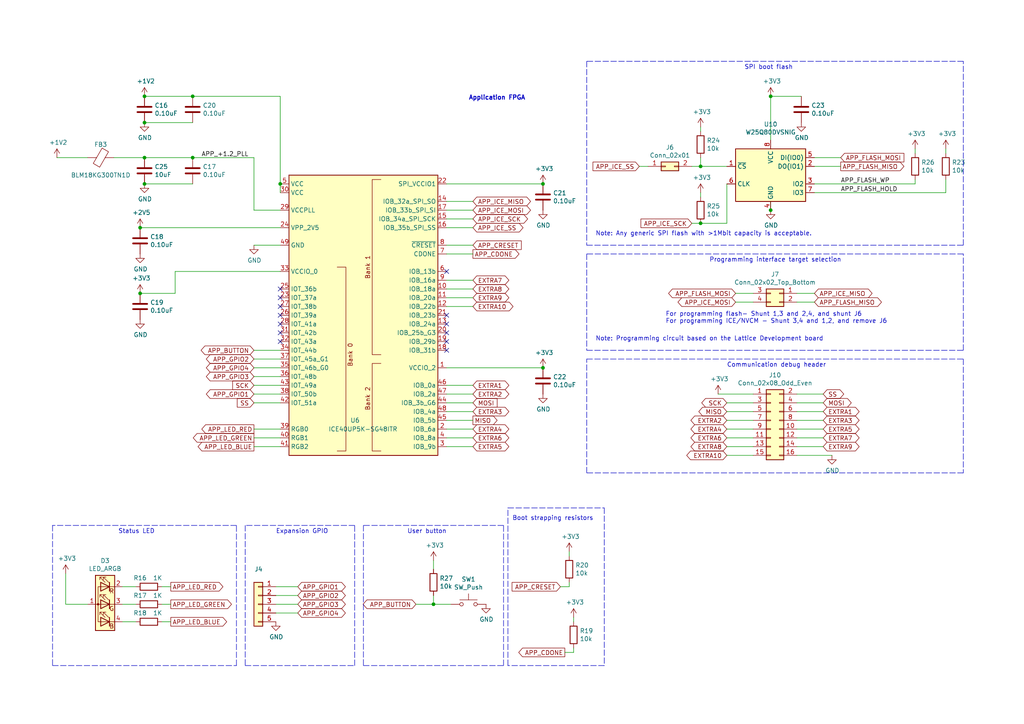
<source format=kicad_sch>
(kicad_sch (version 20211123) (generator eeschema)
  (paper "A4")
  (title_block (title "Application FPGA") (date "2021-09-29") (rev "1") (company "Tillitis AB") (comment 1 "2022") (comment 2 "https://github.com/tillitis/tillitis-key1"))
  (lib_symbols
    (symbol "Connector_Generic:Conn_01x05" (pin_names (offset 1.016) hide)
      (property "Reference" "J" (at 0 7.62 0))
      (property "Value" "Conn_01x05" (at 0 -7.62 0))
      (symbol "Conn_01x05_1_1"
        (rectangle (start -1.27 -4.953) (end 0 -5.207) (stroke (width 0.1524)))
        (rectangle (start -1.27 -2.413) (end 0 -2.667) (stroke (width 0.1524)))
        (rectangle (start -1.27 0.127) (end 0 -0.127) (stroke (width 0.1524)))
        (rectangle (start -1.27 2.667) (end 0 2.413) (stroke (width 0.1524)))
        (rectangle (start -1.27 5.207) (end 0 4.953) (stroke (width 0.1524)))
        (rectangle (start -1.27 6.35) (end 1.27 -6.35) (stroke (width 0.254)) (fill (type background)))
        (pin passive line (at -5.08 5.08 0) (length 3.81) (name "Pin_1") (number "1"))
        (pin passive line (at -5.08 2.54 0) (length 3.81) (name "Pin_2") (number "2"))
        (pin passive line (at -5.08 0 0) (length 3.81) (name "Pin_3") (number "3"))
        (pin passive line (at -5.08 -2.54 0) (length 3.81) (name "Pin_4") (number "4"))
        (pin passive line (at -5.08 -5.08 0) (length 3.81) (name "Pin_5") (number "5"))
      )
    )
    (symbol "Connector_Generic:Conn_02x01" (pin_names (offset 1.016) hide)
      (property "Reference" "J" (at 1.27 2.54 0))
      (property "Value" "Conn_02x01" (at 1.27 -2.54 0))
      (symbol "Conn_02x01_1_1"
        (rectangle (start -1.27 0.127) (end 0 -0.127) (stroke (width 0.1524)))
        (rectangle (start -1.27 1.27) (end 3.81 -1.27) (stroke (width 0.254)) (fill (type background)))
        (rectangle (start 3.81 0.127) (end 2.54 -0.127) (stroke (width 0.1524)))
        (pin passive line (at -5.08 0 0) (length 3.81) (name "Pin_1") (number "1"))
        (pin passive line (at 7.62 0 180) (length 3.81) (name "Pin_2") (number "2"))
      )
    )
    (symbol "Connector_Generic:Conn_02x02_Top_Bottom" (pin_names (offset 1.016) hide)
      (property "Reference" "J" (at 1.27 2.54 0))
      (property "Value" "Conn_02x02_Top_Bottom" (at 1.27 -5.08 0))
      (symbol "Conn_02x02_Top_Bottom_1_1"
        (rectangle (start -1.27 -2.413) (end 0 -2.667) (stroke (width 0.1524)))
        (rectangle (start -1.27 0.127) (end 0 -0.127) (stroke (width 0.1524)))
        (rectangle (start -1.27 1.27) (end 3.81 -3.81) (stroke (width 0.254)) (fill (type background)))
        (rectangle (start 3.81 -2.413) (end 2.54 -2.667) (stroke (width 0.1524)))
        (rectangle (start 3.81 0.127) (end 2.54 -0.127) (stroke (width 0.1524)))
        (pin passive line (at -5.08 0 0) (length 3.81) (name "Pin_1") (number "1"))
        (pin passive line (at -5.08 -2.54 0) (length 3.81) (name "Pin_2") (number "2"))
        (pin passive line (at 7.62 0 180) (length 3.81) (name "Pin_3") (number "3"))
        (pin passive line (at 7.62 -2.54 180) (length 3.81) (name "Pin_4") (number "4"))
      )
    )
    (symbol "Connector_Generic:Conn_02x08_Odd_Even" (pin_names (offset 1.016) hide)
      (property "Reference" "J" (at 1.27 10.16 0))
      (property "Value" "Conn_02x08_Odd_Even" (at 1.27 -12.7 0))
      (symbol "Conn_02x08_Odd_Even_1_1"
        (rectangle (start -1.27 -10.033) (end 0 -10.287) (stroke (width 0.1524)))
        (rectangle (start -1.27 -7.493) (end 0 -7.747) (stroke (width 0.1524)))
        (rectangle (start -1.27 -4.953) (end 0 -5.207) (stroke (width 0.1524)))
        (rectangle (start -1.27 -2.413) (end 0 -2.667) (stroke (width 0.1524)))
        (rectangle (start -1.27 0.127) (end 0 -0.127) (stroke (width 0.1524)))
        (rectangle (start -1.27 2.667) (end 0 2.413) (stroke (width 0.1524)))
        (rectangle (start -1.27 5.207) (end 0 4.953) (stroke (width 0.1524)))
        (rectangle (start -1.27 7.747) (end 0 7.493) (stroke (width 0.1524)))
        (rectangle (start -1.27 8.89) (end 3.81 -11.43) (stroke (width 0.254)) (fill (type background)))
        (rectangle (start 3.81 -10.033) (end 2.54 -10.287) (stroke (width 0.1524)))
        (rectangle (start 3.81 -7.493) (end 2.54 -7.747) (stroke (width 0.1524)))
        (rectangle (start 3.81 -4.953) (end 2.54 -5.207) (stroke (width 0.1524)))
        (rectangle (start 3.81 -2.413) (end 2.54 -2.667) (stroke (width 0.1524)))
        (rectangle (start 3.81 0.127) (end 2.54 -0.127) (stroke (width 0.1524)))
        (rectangle (start 3.81 2.667) (end 2.54 2.413) (stroke (width 0.1524)))
        (rectangle (start 3.81 5.207) (end 2.54 4.953) (stroke (width 0.1524)))
        (rectangle (start 3.81 7.747) (end 2.54 7.493) (stroke (width 0.1524)))
        (pin passive line (at -5.08 7.62 0) (length 3.81) (name "Pin_1") (number "1"))
        (pin passive line (at 7.62 -2.54 180) (length 3.81) (name "Pin_10") (number "10"))
        (pin passive line (at -5.08 -5.08 0) (length 3.81) (name "Pin_11") (number "11"))
        (pin passive line (at 7.62 -5.08 180) (length 3.81) (name "Pin_12") (number "12"))
        (pin passive line (at -5.08 -7.62 0) (length 3.81) (name "Pin_13") (number "13"))
        (pin passive line (at 7.62 -7.62 180) (length 3.81) (name "Pin_14") (number "14"))
        (pin passive line (at -5.08 -10.16 0) (length 3.81) (name "Pin_15") (number "15"))
        (pin passive line (at 7.62 -10.16 180) (length 3.81) (name "Pin_16") (number "16"))
        (pin passive line (at 7.62 7.62 180) (length 3.81) (name "Pin_2") (number "2"))
        (pin passive line (at -5.08 5.08 0) (length 3.81) (name "Pin_3") (number "3"))
        (pin passive line (at 7.62 5.08 180) (length 3.81) (name "Pin_4") (number "4"))
        (pin passive line (at -5.08 2.54 0) (length 3.81) (name "Pin_5") (number "5"))
        (pin passive line (at 7.62 2.54 180) (length 3.81) (name "Pin_6") (number "6"))
        (pin passive line (at -5.08 0 0) (length 3.81) (name "Pin_7") (number "7"))
        (pin passive line (at 7.62 0 180) (length 3.81) (name "Pin_8") (number "8"))
        (pin passive line (at -5.08 -2.54 0) (length 3.81) (name "Pin_9") (number "9"))
      )
    )
    (symbol "Device:C" (pin_numbers hide) (pin_names (offset 0.254))
      (property "Reference" "C" (at 0.635 2.54 0))
      (property "Value" "C" (at 0.635 -2.54 0))
      (symbol "C_0_1"
        (polyline (pts (xy -2.032 -0.762) (xy 2.032 -0.762)) (stroke (width 0.508)))
        (polyline (pts (xy -2.032 0.762) (xy 2.032 0.762)) (stroke (width 0.508)))
      )
      (symbol "C_1_1"
        (pin passive line (at 0 3.81 270) (length 2.794) (name "~") (number "1"))
        (pin passive line (at 0 -3.81 90) (length 2.794) (name "~") (number "2"))
      )
    )
    (symbol "Device:R" (pin_numbers hide) (pin_names (offset 0))
      (property "Reference" "R" (at 2.032 0 90))
      (property "Value" "R" (at 0 0 90))
      (symbol "R_0_1"
        (rectangle (start -1.016 -2.54) (end 1.016 2.54) (stroke (width 0.254)))
      )
      (symbol "R_1_1"
        (pin passive line (at 0 3.81 270) (length 1.27) (name "~") (number "1"))
        (pin passive line (at 0 -3.81 90) (length 1.27) (name "~") (number "2"))
      )
    )
    (symbol "Switch:SW_Push" (pin_numbers hide) (pin_names (offset 1.016) hide)
      (property "Reference" "SW" (at 1.27 2.54 0))
      (property "Value" "SW_Push" (at 0 -1.524 0))
      (symbol "SW_Push_0_1"
        (circle (center -2.032 0) (radius 0.508))
        (polyline (pts (xy 0 1.27) (xy 0 3.048)))
        (polyline (pts (xy 2.54 1.27) (xy -2.54 1.27)))
        (circle (center 2.032 0) (radius 0.508))
        (pin passive line (at -5.08 0 0) (length 2.54) (name "1") (number "1"))
        (pin passive line (at 5.08 0 180) (length 2.54) (name "2") (number "2"))
      )
    )
    (symbol "mta1:FC-B1010RGBT-HG" (pin_names (offset 0) hide)
      (property "Reference" "D" (at 0 9.398 0))
      (property "Value" "FC-B1010RGBT-HG" (at 0 -8.89 0))
      (symbol "FC-B1010RGBT-HG_0_0"
        (text "B" (at -1.905 -6.35 0) (effects (font (size 1.27 1.27))))
        (text "G" (at -1.905 -1.27 0) (effects (font (size 1.27 1.27))))
        (text "R" (at -1.905 3.81 0) (effects (font (size 1.27 1.27))))
      )
      (symbol "FC-B1010RGBT-HG_0_1"
        (polyline (pts (xy -1.27 -5.08) (xy -2.54 -5.08)))
        (polyline (pts (xy -1.27 -5.08) (xy 1.27 -5.08)))
        (polyline (pts (xy -1.27 -3.81) (xy -1.27 -6.35)) (stroke (width 0.254)))
        (polyline (pts (xy -1.27 0) (xy -2.54 0)))
        (polyline (pts (xy -1.27 1.27) (xy -1.27 -1.27)) (stroke (width 0.254)))
        (polyline (pts (xy -1.27 5.08) (xy -2.54 5.08)))
        (polyline (pts (xy -1.27 5.08) (xy 1.27 5.08)))
        (polyline (pts (xy -1.27 6.35) (xy -1.27 3.81)) (stroke (width 0.254)))
        (polyline (pts (xy 1.27 0) (xy -1.27 0)))
        (polyline (pts (xy 1.27 0) (xy 2.54 0)))
        (polyline (pts (xy -1.27 1.27) (xy -1.27 -1.27) (xy -1.27 -1.27)))
        (polyline (pts (xy -1.27 6.35) (xy -1.27 3.81) (xy -1.27 3.81)))
        (polyline (pts (xy 1.27 -5.08) (xy 2.032 -5.08) (xy 2.032 5.08) (xy 1.27 5.08)))
        (polyline (pts (xy 1.27 -3.81) (xy 1.27 -6.35) (xy -1.27 -5.08) (xy 1.27 -3.81)) (stroke (width 0.254)))
        (polyline (pts (xy 1.27 1.27) (xy 1.27 -1.27) (xy -1.27 0) (xy 1.27 1.27)) (stroke (width 0.254)))
        (polyline (pts (xy 1.27 6.35) (xy 1.27 3.81) (xy -1.27 5.08) (xy 1.27 6.35)) (stroke (width 0.254)))
        (polyline (pts (xy -1.016 -3.81) (xy 0.508 -2.286) (xy -0.254 -2.286) (xy 0.508 -2.286) (xy 0.508 -3.048)))
        (polyline (pts (xy -1.016 1.27) (xy 0.508 2.794) (xy -0.254 2.794) (xy 0.508 2.794) (xy 0.508 2.032)))
        (polyline (pts (xy -1.016 6.35) (xy 0.508 7.874) (xy -0.254 7.874) (xy 0.508 7.874) (xy 0.508 7.112)))
        (polyline (pts (xy 0 -3.81) (xy 1.524 -2.286) (xy 0.762 -2.286) (xy 1.524 -2.286) (xy 1.524 -3.048)))
        (polyline (pts (xy 0 1.27) (xy 1.524 2.794) (xy 0.762 2.794) (xy 1.524 2.794) (xy 1.524 2.032)))
        (polyline (pts (xy 0 6.35) (xy 1.524 7.874) (xy 0.762 7.874) (xy 1.524 7.874) (xy 1.524 7.112)))
        (rectangle (start 1.27 -1.27) (end 1.27 1.27))
        (rectangle (start 1.27 1.27) (end 1.27 1.27))
        (rectangle (start 1.27 3.81) (end 1.27 6.35))
        (rectangle (start 1.27 6.35) (end 1.27 6.35))
        (circle (center 2.032 0) (radius 0.254) (fill (type outline)))
        (rectangle (start 2.794 8.382) (end -2.794 -7.62) (stroke (width 0.254)) (fill (type background)))
      )
      (symbol "FC-B1010RGBT-HG_1_1"
        (pin passive line (at 5.08 0 180) (length 2.54) (name "A") (number "1"))
        (pin passive line (at -5.08 5.08 0) (length 2.54) (name "RK") (number "2"))
        (pin passive line (at -5.08 0 0) (length 2.54) (name "GK") (number "3"))
        (pin passive line (at -5.08 -5.08 0) (length 2.54) (name "BK") (number "4"))
      )
    )
    (symbol "mta1:Ferrite_Bead-Device" (pin_numbers hide) (pin_names (offset 0))
      (property "Reference" "FB" (at -3.81 0.635 90))
      (property "Value" "Ferrite_Bead-Device" (at 3.81 0 90))
      (symbol "Ferrite_Bead-Device_0_1"
        (polyline (pts (xy 0 -1.27) (xy 0 -1.2192)))
        (polyline (pts (xy 0 1.27) (xy 0 1.2954)))
        (polyline (pts (xy -2.7686 0.4064) (xy -1.7018 2.2606) (xy 2.7686 -0.3048) (xy 1.6764 -2.159) (xy -2.7686 0.4064)))
      )
      (symbol "Ferrite_Bead-Device_1_1"
        (pin passive line (at 0 3.81 270) (length 2.54) (name "~") (number "1"))
        (pin passive line (at 0 -3.81 90) (length 2.54) (name "~") (number "2"))
      )
    )
    (symbol "mta1:ICE40UP5K-SG48ITR"
      (property "Reference" "U" (at -24.13 -44.45 0))
      (property "Value" "ICE40UP5K-SG48ITR" (at -15.24 -46.99 0))
      (symbol "ICE40UP5K-SG48ITR_0_0"
        (polyline (pts (xy -6.35 13.97) (xy -3.81 13.97) (xy -3.81 -39.37) (xy -6.35 -39.37)))
        (polyline (pts (xy 6.35 -39.37) (xy 3.81 -39.37) (xy 3.81 -13.97) (xy 6.35 -13.97)))
        (polyline (pts (xy 6.35 -11.43) (xy 3.81 -11.43) (xy 3.81 39.37) (xy 6.35 39.37)))
        (text "Bank 0" (at -2.54 -11.43 900) (effects (font (size 1.27 1.27))))
        (text "Bank 1" (at 2.54 13.97 900) (effects (font (size 1.27 1.27))))
        (text "Bank 2" (at 2.54 -24.13 900) (effects (font (size 1.27 1.27))))
      )
      (symbol "ICE40UP5K-SG48ITR_1_1"
        (rectangle (start -20.32 40.64) (end 22.86 -40.64) (stroke (width 0.254)) (fill (type background)))
        (pin power_in line (at 25.4 -15.24 180) (length 2.54) (name "VCCIO_2") (number "1"))
        (pin bidirectional line (at 25.4 7.62 180) (length 2.54) (name "IOB_18a") (number "10"))
        (pin bidirectional line (at 25.4 5.08 180) (length 2.54) (name "IOB_20a") (number "11"))
        (pin bidirectional line (at 25.4 2.54 180) (length 2.54) (name "IOB_22b") (number "12"))
        (pin bidirectional line (at 25.4 -2.54 180) (length 2.54) (name "IOB_24a") (number "13"))
        (pin bidirectional line (at 25.4 33.02 180) (length 2.54) (name "IOB_32a_SPI_SO") (number "14"))
        (pin bidirectional line (at 25.4 27.94 180) (length 2.54) (name "IOB_34a_SPI_SCK") (number "15"))
        (pin bidirectional line (at 25.4 25.4 180) (length 2.54) (name "IOB_35b_SPI_SS") (number "16"))
        (pin bidirectional line (at 25.4 30.48 180) (length 2.54) (name "IOB_33b_SPI_SI") (number "17"))
        (pin bidirectional line (at 25.4 -10.16 180) (length 2.54) (name "IOB_31b") (number "18"))
        (pin bidirectional line (at 25.4 -7.62 180) (length 2.54) (name "IOB_29b") (number "19"))
        (pin bidirectional line (at 25.4 -33.02 180) (length 2.54) (name "IOB_6a") (number "2"))
        (pin bidirectional line (at 25.4 -5.08 180) (length 2.54) (name "IOB_25b_G3") (number "20"))
        (pin bidirectional line (at 25.4 0 180) (length 2.54) (name "IOB_23b") (number "21"))
        (pin power_in line (at 25.4 38.1 180) (length 2.54) (name "SPI_VCCIO1") (number "22"))
        (pin bidirectional line (at -22.86 5.08 0) (length 2.54) (name "IOT_37a") (number "23"))
        (pin power_in line (at -22.86 25.4 0) (length 2.54) (name "VPP_2V5") (number "24"))
        (pin bidirectional line (at -22.86 7.62 0) (length 2.54) (name "IOT_36b") (number "25"))
        (pin bidirectional line (at -22.86 0 0) (length 2.54) (name "IOT_39a") (number "26"))
        (pin bidirectional line (at -22.86 2.54 0) (length 2.54) (name "IOT_38b") (number "27"))
        (pin bidirectional line (at -22.86 -2.54 0) (length 2.54) (name "IOT_41a") (number "28"))
        (pin power_in line (at -22.86 30.48 0) (length 2.54) (name "VCCPLL") (number "29"))
        (pin bidirectional line (at 25.4 -38.1 180) (length 2.54) (name "IOB_9b") (number "3"))
        (pin power_in line (at -22.86 35.56 0) (length 2.54) (name "VCC") (number "30"))
        (pin bidirectional line (at -22.86 -5.08 0) (length 2.54) (name "IOT_42b") (number "31"))
        (pin bidirectional line (at -22.86 -7.62 0) (length 2.54) (name "IOT_43a") (number "32"))
        (pin power_in line (at -22.86 12.7 0) (length 2.54) (name "VCCIO_0") (number "33"))
        (pin bidirectional line (at -22.86 -10.16 0) (length 2.54) (name "IOT_44b") (number "34"))
        (pin bidirectional line (at -22.86 -15.24 0) (length 2.54) (name "IOT_46b_G0") (number "35"))
        (pin bidirectional line (at -22.86 -17.78 0) (length 2.54) (name "IOT_48b") (number "36"))
        (pin bidirectional line (at -22.86 -12.7 0) (length 2.54) (name "IOT_45a_G1") (number "37"))
        (pin bidirectional line (at -22.86 -22.86 0) (length 2.54) (name "IOT_50b") (number "38"))
        (pin open_collector line (at -22.86 -33.02 0) (length 2.54) (name "RGB0") (number "39"))
        (pin bidirectional line (at 25.4 -35.56 180) (length 2.54) (name "IOB_8a") (number "4"))
        (pin open_collector line (at -22.86 -35.56 0) (length 2.54) (name "RGB1") (number "40"))
        (pin open_collector line (at -22.86 -38.1 0) (length 2.54) (name "RGB2") (number "41"))
        (pin bidirectional line (at -22.86 -25.4 0) (length 2.54) (name "IOT_51a") (number "42"))
        (pin bidirectional line (at -22.86 -20.32 0) (length 2.54) (name "IOT_49a") (number "43"))
        (pin bidirectional line (at 25.4 -25.4 180) (length 2.54) (name "IOB_3b_G6") (number "44"))
        (pin bidirectional line (at 25.4 -30.48 180) (length 2.54) (name "IOB_5b") (number "45"))
        (pin bidirectional line (at 25.4 -20.32 180) (length 2.54) (name "IOB_0a") (number "46"))
        (pin bidirectional line (at 25.4 -22.86 180) (length 2.54) (name "IOB_2a") (number "47"))
        (pin bidirectional line (at 25.4 -27.94 180) (length 2.54) (name "IOB_4a") (number "48"))
        (pin power_in line (at -22.86 20.32 0) (length 2.54) (name "GND") (number "49"))
        (pin power_in line (at -22.86 38.1 0) (length 2.54) (name "VCC") (number "5"))
        (pin bidirectional line (at 25.4 12.7 180) (length 2.54) (name "IOB_13b") (number "6"))
        (pin open_collector line (at 25.4 17.78 180) (length 2.54) (name "CDONE") (number "7"))
        (pin input line (at 25.4 20.32 180) (length 2.54) (name "~{CRESET}") (number "8"))
        (pin bidirectional line (at 25.4 10.16 180) (length 2.54) (name "IOB_16a") (number "9"))
      )
    )
    (symbol "mta1:W25Q80DVSNIG"
      (property "Reference" "U" (at -8.89 8.89 0))
      (property "Value" "W25Q80DVSNIG" (at 7.62 8.89 0))
      (symbol "W25Q80DVSNIG_0_1"
        (rectangle (start -10.16 7.62) (end 10.16 -7.62) (stroke (width 0.254)) (fill (type background)))
      )
      (symbol "W25Q80DVSNIG_1_1"
        (pin input line (at -12.7 2.54 0) (length 2.54) (name "~{CS}") (number "1"))
        (pin bidirectional line (at 12.7 2.54 180) (length 2.54) (name "DO(IO1)") (number "2"))
        (pin bidirectional line (at 12.7 -2.54 180) (length 2.54) (name "IO2") (number "3"))
        (pin power_in line (at 0 -10.16 90) (length 2.54) (name "GND") (number "4"))
        (pin bidirectional line (at 12.7 5.08 180) (length 2.54) (name "DI(IO0)") (number "5"))
        (pin input line (at -12.7 -2.54 0) (length 2.54) (name "CLK") (number "6"))
        (pin bidirectional line (at 12.7 -5.08 180) (length 2.54) (name "IO3") (number "7"))
        (pin power_in line (at 0 10.16 270) (length 2.54) (name "VCC") (number "8"))
      )
    )
    (symbol "power:+1V2" (power) (pin_names (offset 0))
      (property "Value" "+1V2" (at 0 3.556 0))
      (symbol "+1V2_0_1"
        (polyline (pts (xy -0.762 1.27) (xy 0 2.54)))
        (polyline (pts (xy 0 0) (xy 0 2.54)))
        (polyline (pts (xy 0 2.54) (xy 0.762 1.27)))
      )
      (symbol "+1V2_1_1"
        (pin power_in line (at 0 0 90) (length 0) hide (name "+1V2") (number "1"))
      )
    )
    (symbol "power:+2V5" (power) (pin_names (offset 0))
      (property "Value" "+2V5" (at 0 3.556 0))
      (symbol "+2V5_0_1"
        (polyline (pts (xy -0.762 1.27) (xy 0 2.54)))
        (polyline (pts (xy 0 0) (xy 0 2.54)))
        (polyline (pts (xy 0 2.54) (xy 0.762 1.27)))
      )
      (symbol "+2V5_1_1"
        (pin power_in line (at 0 0 90) (length 0) hide (name "+2V5") (number "1"))
      )
    )
    (symbol "power:+3.3V" (power) (pin_names (offset 0))
      (property "Value" "+3.3V" (at 0 3.556 0))
      (symbol "+3.3V_0_1"
        (polyline (pts (xy -0.762 1.27) (xy 0 2.54)))
        (polyline (pts (xy 0 0) (xy 0 2.54)))
        (polyline (pts (xy 0 2.54) (xy 0.762 1.27)))
      )
      (symbol "+3.3V_1_1"
        (pin power_in line (at 0 0 90) (length 0) hide (name "+3V3") (number "1"))
      )
    )
    (symbol "power:GND" (power) (pin_names (offset 0))
      (property "Value" "GND" (at 0 -3.81 0))
      (symbol "GND_0_1"
        (polyline (pts (xy 0 0) (xy 0 -1.27) (xy 1.27 -1.27) (xy 0 -2.54) (xy -1.27 -1.27) (xy 0 -1.27)))
      )
      (symbol "GND_1_1"
        (pin power_in line (at 0 0 270) (length 0) hide (name "GND") (number "1"))
      )
    )
  )
  (junction (at 81.28 53.34))
  (junction (at 203.2 48.26))
  (junction (at 40.64 85.09))
  (junction (at 41.91 27.94))
  (junction (at 223.52 27.94))
  (junction (at 223.52 60.96))
  (junction (at 125.73 175.26))
  (junction (at 55.88 27.94))
  (junction (at 41.91 35.56))
  (junction (at 41.91 53.34))
  (junction (at 203.2 64.77))
  (junction (at 41.91 45.72))
  (junction (at 40.64 66.04))
  (junction (at 157.48 106.68))
  (junction (at 55.88 45.72))
  (junction (at 157.48 53.34))
  (no_connect (at 129.54 101.6))
  (no_connect (at 129.54 93.98))
  (no_connect (at 81.28 93.98))
  (no_connect (at 81.28 99.06))
  (no_connect (at 129.54 91.44))
  (no_connect (at 81.28 86.36))
  (no_connect (at 81.28 83.82))
  (no_connect (at 81.28 91.44))
  (no_connect (at 81.28 88.9))
  (no_connect (at 129.54 78.74))
  (no_connect (at 81.28 96.52))
  (no_connect (at 129.54 99.06))
  (no_connect (at 129.54 96.52))
  (wire (pts (xy 210.82 64.77) (xy 203.2 64.77)))
  (wire (pts (xy 265.43 43.18) (xy 265.43 44.45)))
  (wire (pts (xy 50.8 78.74) (xy 50.8 85.09)))
  (polyline (pts (xy 170.18 17.78) (xy 170.18 71.12)))
  (wire (pts (xy 73.66 104.14) (xy 81.28 104.14)))
  (wire (pts (xy 210.82 124.46) (xy 218.44 124.46)))
  (wire (pts (xy 130.81 175.26) (xy 125.73 175.26)))
  (wire (pts (xy 35.56 175.26) (xy 39.37 175.26)))
  (wire (pts (xy 55.88 53.34) (xy 41.91 53.34)))
  (wire (pts (xy 231.14 119.38) (xy 238.76 119.38)))
  (polyline (pts (xy 105.41 152.4) (xy 105.41 193.04)))
  (wire (pts (xy 231.14 121.92) (xy 238.76 121.92)))
  (wire (pts (xy 218.44 85.09) (xy 213.36 85.09)))
  (wire (pts (xy 125.73 172.72) (xy 125.73 175.26)))
  (wire (pts (xy 80.01 170.18) (xy 86.36 170.18)))
  (wire (pts (xy 210.82 64.77) (xy 210.82 53.34)))
  (polyline (pts (xy 170.18 101.6) (xy 279.4 101.6)))
  (polyline (pts (xy 147.32 193.04) (xy 147.32 147.32)))
  (wire (pts (xy 73.66 45.72) (xy 73.66 60.96)))
  (wire (pts (xy 165.1 160.02) (xy 165.1 161.29)))
  (wire (pts (xy 243.84 45.72) (xy 236.22 45.72)))
  (wire (pts (xy 80.01 175.26) (xy 86.36 175.26)))
  (wire (pts (xy 55.88 45.72) (xy 41.91 45.72)))
  (polyline (pts (xy 147.32 147.32) (xy 175.26 147.32)))
  (wire (pts (xy 274.32 52.07) (xy 274.32 55.88)))
  (wire (pts (xy 231.14 127) (xy 238.76 127)))
  (wire (pts (xy 129.54 114.3) (xy 137.16 114.3)))
  (wire (pts (xy 231.14 87.63) (xy 236.22 87.63)))
  (polyline (pts (xy 71.12 152.4) (xy 71.12 193.04)))
  (wire (pts (xy 231.14 129.54) (xy 238.76 129.54)))
  (wire (pts (xy 55.88 35.56) (xy 41.91 35.56)))
  (wire (pts (xy 129.54 127) (xy 137.16 127)))
  (wire (pts (xy 125.73 162.56) (xy 125.73 165.1)))
  (wire (pts (xy 137.16 58.42) (xy 129.54 58.42)))
  (polyline (pts (xy 279.4 137.16) (xy 170.18 137.16)))
  (wire (pts (xy 73.66 124.46) (xy 81.28 124.46)))
  (polyline (pts (xy 71.12 193.04) (xy 102.87 193.04)))
  (polyline (pts (xy 68.58 152.4) (xy 15.24 152.4)))
  (wire (pts (xy 223.52 58.42) (xy 223.52 60.96)))
  (wire (pts (xy 236.22 48.26) (xy 243.84 48.26)))
  (wire (pts (xy 166.37 179.07) (xy 166.37 180.34)))
  (wire (pts (xy 125.73 175.26) (xy 120.65 175.26)))
  (wire (pts (xy 129.54 60.96) (xy 137.16 60.96)))
  (wire (pts (xy 163.83 189.23) (xy 166.37 189.23)))
  (wire (pts (xy 81.28 27.94) (xy 55.88 27.94)))
  (wire (pts (xy 81.28 55.88) (xy 81.28 53.34)))
  (wire (pts (xy 129.54 81.28) (xy 137.16 81.28)))
  (wire (pts (xy 231.14 116.84) (xy 238.76 116.84)))
  (wire (pts (xy 232.41 27.94) (xy 223.52 27.94)))
  (polyline (pts (xy 102.87 193.04) (xy 102.87 152.4)))
  (polyline (pts (xy 15.24 152.4) (xy 15.24 193.04)))
  (wire (pts (xy 203.2 64.77) (xy 200.66 64.77)))
  (wire (pts (xy 165.1 168.91) (xy 165.1 170.18)))
  (wire (pts (xy 203.2 45.72) (xy 203.2 48.26)))
  (wire (pts (xy 231.14 124.46) (xy 238.76 124.46)))
  (wire (pts (xy 35.56 170.18) (xy 39.37 170.18)))
  (wire (pts (xy 241.3 132.08) (xy 231.14 132.08)))
  (wire (pts (xy 129.54 116.84) (xy 137.16 116.84)))
  (wire (pts (xy 203.2 55.88) (xy 203.2 57.15)))
  (wire (pts (xy 210.82 121.92) (xy 218.44 121.92)))
  (wire (pts (xy 46.99 175.26) (xy 49.53 175.26)))
  (polyline (pts (xy 175.26 147.32) (xy 175.26 193.04)))
  (wire (pts (xy 40.64 66.04) (xy 81.28 66.04)))
  (polyline (pts (xy 279.4 17.78) (xy 170.18 17.78)))
  (wire (pts (xy 210.82 48.26) (xy 203.2 48.26)))
  (wire (pts (xy 137.16 73.66) (xy 129.54 73.66)))
  (wire (pts (xy 73.66 114.3) (xy 81.28 114.3)))
  (wire (pts (xy 55.88 27.94) (xy 41.91 27.94)))
  (wire (pts (xy 129.54 66.04) (xy 137.16 66.04)))
  (wire (pts (xy 129.54 124.46) (xy 137.16 124.46)))
  (wire (pts (xy 265.43 52.07) (xy 265.43 53.34)))
  (wire (pts (xy 81.28 27.94) (xy 81.28 53.34)))
  (wire (pts (xy 223.52 40.64) (xy 223.52 27.94)))
  (polyline (pts (xy 146.05 152.4) (xy 105.41 152.4)))
  (wire (pts (xy 137.16 63.5) (xy 129.54 63.5)))
  (polyline (pts (xy 105.41 193.04) (xy 146.05 193.04)))
  (wire (pts (xy 129.54 83.82) (xy 137.16 83.82)))
  (wire (pts (xy 137.16 71.12) (xy 129.54 71.12)))
  (wire (pts (xy 46.99 180.34) (xy 49.53 180.34)))
  (wire (pts (xy 187.96 48.26) (xy 185.42 48.26)))
  (wire (pts (xy 73.66 106.68) (xy 81.28 106.68)))
  (polyline (pts (xy 102.87 152.4) (xy 71.12 152.4)))
  (wire (pts (xy 166.37 187.96) (xy 166.37 189.23)))
  (polyline (pts (xy 170.18 71.12) (xy 279.4 71.12)))
  (wire (pts (xy 274.32 43.18) (xy 274.32 44.45)))
  (wire (pts (xy 157.48 53.34) (xy 129.54 53.34)))
  (wire (pts (xy 73.66 101.6) (xy 81.28 101.6)))
  (polyline (pts (xy 146.05 193.04) (xy 146.05 152.4)))
  (wire (pts (xy 218.44 114.3) (xy 208.28 114.3)))
  (wire (pts (xy 55.88 45.72) (xy 73.66 45.72)))
  (wire (pts (xy 73.66 109.22) (xy 81.28 109.22)))
  (polyline (pts (xy 279.4 104.14) (xy 279.4 137.16)))
  (polyline (pts (xy 279.4 71.12) (xy 279.4 17.78)))
  (wire (pts (xy 210.82 132.08) (xy 218.44 132.08)))
  (wire (pts (xy 210.82 127) (xy 218.44 127)))
  (wire (pts (xy 129.54 129.54) (xy 137.16 129.54)))
  (polyline (pts (xy 170.18 137.16) (xy 170.18 104.14)))
  (polyline (pts (xy 279.4 73.66) (xy 170.18 73.66)))
  (polyline (pts (xy 170.18 73.66) (xy 170.18 101.6)))
  (wire (pts (xy 33.02 45.72) (xy 41.91 45.72)))
  (wire (pts (xy 213.36 87.63) (xy 218.44 87.63)))
  (wire (pts (xy 80.01 177.8) (xy 86.36 177.8)))
  (wire (pts (xy 129.54 119.38) (xy 137.16 119.38)))
  (wire (pts (xy 19.05 175.26) (xy 19.05 166.37)))
  (wire (pts (xy 73.66 111.76) (xy 81.28 111.76)))
  (wire (pts (xy 129.54 88.9) (xy 137.16 88.9)))
  (wire (pts (xy 129.54 121.92) (xy 137.16 121.92)))
  (polyline (pts (xy 279.4 101.6) (xy 279.4 73.66)))
  (wire (pts (xy 236.22 55.88) (xy 274.32 55.88)))
  (wire (pts (xy 35.56 180.34) (xy 39.37 180.34)))
  (wire (pts (xy 73.66 127) (xy 81.28 127)))
  (polyline (pts (xy 15.24 193.04) (xy 68.58 193.04)))
  (wire (pts (xy 25.4 175.26) (xy 19.05 175.26)))
  (wire (pts (xy 203.2 36.83) (xy 203.2 38.1)))
  (wire (pts (xy 231.14 114.3) (xy 238.76 114.3)))
  (wire (pts (xy 203.2 48.26) (xy 200.66 48.26)))
  (polyline (pts (xy 68.58 193.04) (xy 68.58 152.4)))
  (wire (pts (xy 80.01 172.72) (xy 86.36 172.72)))
  (wire (pts (xy 210.82 119.38) (xy 218.44 119.38)))
  (wire (pts (xy 157.48 106.68) (xy 129.54 106.68)))
  (wire (pts (xy 73.66 116.84) (xy 81.28 116.84)))
  (polyline (pts (xy 175.26 193.04) (xy 147.32 193.04)))
  (wire (pts (xy 165.1 170.18) (xy 162.56 170.18)))
  (wire (pts (xy 40.64 85.09) (xy 50.8 85.09)))
  (wire (pts (xy 46.99 170.18) (xy 49.53 170.18)))
  (wire (pts (xy 81.28 60.96) (xy 73.66 60.96)))
  (wire (pts (xy 73.66 129.54) (xy 81.28 129.54)))
  (polyline (pts (xy 170.18 104.14) (xy 279.4 104.14)))
  (wire (pts (xy 236.22 85.09) (xy 231.14 85.09)))
  (wire (pts (xy 129.54 86.36) (xy 137.16 86.36)))
  (wire (pts (xy 50.8 78.74) (xy 81.28 78.74)))
  (wire (pts (xy 129.54 111.76) (xy 137.16 111.76)))
  (wire (pts (xy 81.28 71.12) (xy 73.66 71.12)))
  (wire (pts (xy 210.82 116.84) (xy 218.44 116.84)))
  (wire (pts (xy 265.43 53.34) (xy 236.22 53.34)))
  (wire (pts (xy 210.82 129.54) (xy 218.44 129.54)))
  (wire (pts (xy 16.51 45.72) (xy 25.4 45.72)))
  (text "Application FPGA" (at 135.89 29.21 0) (effects (font (size 1.27 1.27) (thickness 0.254) bold) (justify left bottom)))
  (text "Status LED" (at 34.29 154.94 0) (effects (font (size 1.27 1.27)) (justify left bottom)))
  (text "Expansion GPIO" (at 80.01 154.94 0) (effects (font (size 1.27 1.27)) (justify left bottom)))
  (text "Programming interface target selection" (at 205.74 76.2 0) (effects (font (size 1.27 1.27)) (justify left bottom)))
  (text "SPI boot flash" (at 215.9 20.32 0) (effects (font (size 1.27 1.27)) (justify left bottom)))
  (text "User button" (at 118.11 154.94 0) (effects (font (size 1.27 1.27)) (justify left bottom)))
  (text "For programming flash- Shunt 1,3 and 2,4, and shunt J6\nFor programming ICE/NVCM - Shunt 3,4 and 1,2, and remove J6" (at 193.04 93.98 0) (effects (font (size 1.27 1.27)) (justify left bottom)))
  (text "Note: Any generic SPI flash with >1Mbit capacity is acceptable." (at 172.72 68.58 0) (effects (font (size 1.27 1.27)) (justify left bottom)))
  (text "Communication debug header" (at 210.82 106.68 0) (effects (font (size 1.27 1.27)) (justify left bottom)))
  (text "Note: Programming circuit based on the Lattice Development board" (at 172.72 99.06 0) (effects (font (size 1.27 1.27)) (justify left bottom)))
  (text "Boot strapping resistors" (at 148.59 151.13 0) (effects (font (size 1.27 1.27)) (justify left bottom)))
  (label "APP_+1.2_PLL" (at 58.42 45.72 0))
  (label "APP_FLASH_WP" (at 243.84 53.34 0))
  (label "APP_FLASH_HOLD" (at 243.84 55.88 0))
  (global_label "EXTRA4" (shape bidirectional) (at 210.82 124.46 180) (property "Intersheet References" "${INTERSHEET_REFS}" (effects hide)))
  (global_label "APP_LED_RED" (shape output) (at 73.66 124.46 180) (property "Intersheet References" "${INTERSHEET_REFS}" (effects hide)))
  (global_label "EXTRA2" (shape bidirectional) (at 137.16 114.3 0) (property "Intersheet References" "${INTERSHEET_REFS}" (effects hide)))
  (global_label "EXTRA5" (shape bidirectional) (at 137.16 129.54 0) (property "Intersheet References" "${INTERSHEET_REFS}" (effects hide)))
  (global_label "EXTRA4" (shape bidirectional) (at 137.16 124.46 0) (property "Intersheet References" "${INTERSHEET_REFS}" (effects hide)))
  (global_label "EXTRA9" (shape bidirectional) (at 238.76 129.54 0) (property "Intersheet References" "${INTERSHEET_REFS}" (effects hide)))
  (global_label "APP_CRESET" (shape input) (at 137.16 71.12 0) (property "Intersheet References" "${INTERSHEET_REFS}" (effects hide)))
  (global_label "EXTRA1" (shape bidirectional) (at 238.76 119.38 0) (property "Intersheet References" "${INTERSHEET_REFS}" (effects hide)))
  (global_label "APP_CRESET" (shape input) (at 162.56 170.18 180) (property "Intersheet References" "${INTERSHEET_REFS}" (effects hide)))
  (global_label "APP_GPIO2" (shape bidirectional) (at 86.36 172.72 0) (property "Intersheet References" "${INTERSHEET_REFS}" (effects hide)))
  (global_label "MISO" (shape bidirectional) (at 210.82 119.38 180) (property "Intersheet References" "${INTERSHEET_REFS}" (effects hide)))
  (global_label "APP_LED_RED" (shape output) (at 49.53 170.18 0) (property "Intersheet References" "${INTERSHEET_REFS}" (effects hide)))
  (global_label "SCK" (shape bidirectional) (at 210.82 116.84 180) (property "Intersheet References" "${INTERSHEET_REFS}" (effects hide)))
  (global_label "EXTRA9" (shape bidirectional) (at 137.16 86.36 0) (property "Intersheet References" "${INTERSHEET_REFS}" (effects hide)))
  (global_label "EXTRA8" (shape bidirectional) (at 210.82 129.54 180) (property "Intersheet References" "${INTERSHEET_REFS}" (effects hide)))
  (global_label "APP_ICE_SCK" (shape bidirectional) (at 137.16 63.5 0) (property "Intersheet References" "${INTERSHEET_REFS}" (effects hide)))
  (global_label "EXTRA6" (shape bidirectional) (at 137.16 127 0) (property "Intersheet References" "${INTERSHEET_REFS}" (effects hide)))
  (global_label "APP_GPIO3" (shape bidirectional) (at 86.36 175.26 0) (property "Intersheet References" "${INTERSHEET_REFS}" (effects hide)))
  (global_label "APP_FLASH_MISO" (shape bidirectional) (at 236.22 87.63 0) (property "Intersheet References" "${INTERSHEET_REFS}" (effects hide)))
  (global_label "EXTRA7" (shape bidirectional) (at 137.16 81.28 0) (property "Intersheet References" "${INTERSHEET_REFS}" (effects hide)))
  (global_label "APP_CDONE" (shape output) (at 137.16 73.66 0) (property "Intersheet References" "${INTERSHEET_REFS}" (effects hide)))
  (global_label "APP_GPIO2" (shape bidirectional) (at 73.66 104.14 180) (property "Intersheet References" "${INTERSHEET_REFS}" (effects hide)))
  (global_label "EXTRA3" (shape bidirectional) (at 137.16 119.38 0) (property "Intersheet References" "${INTERSHEET_REFS}" (effects hide)))
  (global_label "APP_FLASH_MOSI" (shape bidirectional) (at 213.36 85.09 180) (property "Intersheet References" "${INTERSHEET_REFS}" (effects hide)))
  (global_label "EXTRA6" (shape bidirectional) (at 210.82 127 180) (property "Intersheet References" "${INTERSHEET_REFS}" (effects hide)))
  (global_label "MOSI" (shape input) (at 137.16 116.84 0) (property "Intersheet References" "${INTERSHEET_REFS}" (effects hide)))
  (global_label "APP_ICE_MISO" (shape bidirectional) (at 137.16 58.42 0) (property "Intersheet References" "${INTERSHEET_REFS}" (effects hide)))
  (global_label "APP_BUTTON" (shape bidirectional) (at 73.66 101.6 180) (property "Intersheet References" "${INTERSHEET_REFS}" (effects hide)))
  (global_label "APP_LED_GREEN" (shape output) (at 49.53 175.26 0) (property "Intersheet References" "${INTERSHEET_REFS}" (effects hide)))
  (global_label "APP_LED_GREEN" (shape output) (at 73.66 127 180) (property "Intersheet References" "${INTERSHEET_REFS}" (effects hide)))
  (global_label "SS" (shape bidirectional) (at 238.76 114.3 0) (property "Intersheet References" "${INTERSHEET_REFS}" (effects hide)))
  (global_label "SCK" (shape input) (at 73.66 111.76 180) (property "Intersheet References" "${INTERSHEET_REFS}" (effects hide)))
  (global_label "APP_GPIO3" (shape bidirectional) (at 73.66 109.22 180) (property "Intersheet References" "${INTERSHEET_REFS}" (effects hide)))
  (global_label "MOSI" (shape bidirectional) (at 238.76 116.84 0) (property "Intersheet References" "${INTERSHEET_REFS}" (effects hide)))
  (global_label "APP_GPIO1" (shape bidirectional) (at 86.36 170.18 0) (property "Intersheet References" "${INTERSHEET_REFS}" (effects hide)))
  (global_label "APP_ICE_MOSI" (shape bidirectional) (at 213.36 87.63 180) (property "Intersheet References" "${INTERSHEET_REFS}" (effects hide)))
  (global_label "APP_LED_BLUE" (shape output) (at 49.53 180.34 0) (property "Intersheet References" "${INTERSHEET_REFS}" (effects hide)))
  (global_label "APP_ICE_SS" (shape bidirectional) (at 137.16 66.04 0) (property "Intersheet References" "${INTERSHEET_REFS}" (effects hide)))
  (global_label "APP_BUTTON" (shape bidirectional) (at 120.65 175.26 180) (property "Intersheet References" "${INTERSHEET_REFS}" (effects hide)))
  (global_label "EXTRA7" (shape bidirectional) (at 238.76 127 0) (property "Intersheet References" "${INTERSHEET_REFS}" (effects hide)))
  (global_label "APP_ICE_SS" (shape input) (at 185.42 48.26 180) (property "Intersheet References" "${INTERSHEET_REFS}" (effects hide)))
  (global_label "MISO" (shape output) (at 137.16 121.92 0) (property "Intersheet References" "${INTERSHEET_REFS}" (effects hide)))
  (global_label "APP_ICE_MOSI" (shape bidirectional) (at 137.16 60.96 0) (property "Intersheet References" "${INTERSHEET_REFS}" (effects hide)))
  (global_label "APP_GPIO1" (shape bidirectional) (at 73.66 114.3 180) (property "Intersheet References" "${INTERSHEET_REFS}" (effects hide)))
  (global_label "APP_FLASH_MOSI" (shape input) (at 243.84 45.72 0) (property "Intersheet References" "${INTERSHEET_REFS}" (effects hide)))
  (global_label "EXTRA2" (shape bidirectional) (at 210.82 121.92 180) (property "Intersheet References" "${INTERSHEET_REFS}" (effects hide)))
  (global_label "APP_LED_BLUE" (shape output) (at 73.66 129.54 180) (property "Intersheet References" "${INTERSHEET_REFS}" (effects hide)))
  (global_label "APP_FLASH_MISO" (shape output) (at 243.84 48.26 0) (property "Intersheet References" "${INTERSHEET_REFS}" (effects hide)))
  (global_label "APP_CDONE" (shape output) (at 163.83 189.23 180) (property "Intersheet References" "${INTERSHEET_REFS}" (effects hide)))
  (global_label "EXTRA3" (shape bidirectional) (at 238.76 121.92 0) (property "Intersheet References" "${INTERSHEET_REFS}" (effects hide)))
  (global_label "EXTRA8" (shape bidirectional) (at 137.16 83.82 0) (property "Intersheet References" "${INTERSHEET_REFS}" (effects hide)))
  (global_label "EXTRA5" (shape bidirectional) (at 238.76 124.46 0) (property "Intersheet References" "${INTERSHEET_REFS}" (effects hide)))
  (global_label "EXTRA10" (shape bidirectional) (at 210.82 132.08 180) (property "Intersheet References" "${INTERSHEET_REFS}" (effects hide)))
  (global_label "EXTRA1" (shape bidirectional) (at 137.16 111.76 0) (property "Intersheet References" "${INTERSHEET_REFS}" (effects hide)))
  (global_label "APP_ICE_MISO" (shape bidirectional) (at 236.22 85.09 0) (property "Intersheet References" "${INTERSHEET_REFS}" (effects hide)))
  (global_label "APP_GPIO4" (shape bidirectional) (at 86.36 177.8 0) (property "Intersheet References" "${INTERSHEET_REFS}" (effects hide)))
  (global_label "APP_ICE_SCK" (shape input) (at 200.66 64.77 180) (property "Intersheet References" "${INTERSHEET_REFS}" (effects hide)))
  (global_label "EXTRA10" (shape bidirectional) (at 137.16 88.9 0) (property "Intersheet References" "${INTERSHEET_REFS}" (effects hide)))
  (global_label "SS" (shape input) (at 73.66 116.84 180) (property "Intersheet References" "${INTERSHEET_REFS}" (effects hide)))
  (global_label "APP_GPIO4" (shape bidirectional) (at 73.66 106.68 180) (property "Intersheet References" "${INTERSHEET_REFS}" (effects hide)))
  (symbol (lib_id "mta1:ICE40UP5K-SG48ITR") (at 104.14 91.44 0) (unit 1)
    (property "Reference" "U6" (at 101.6 121.92 0) (effects (justify left)))
    (property "Value" "ICE40UP5K-SG48ITR" (at 95.25 124.46 0) (effects (justify left)))
    (property "Footprint" "Package_DFN_QFN:QFN-48-1EP_7x7mm_P0.5mm_EP5.6x5.6mm" (effects hide))
    (property "Datasheet" "http://www.latticesemi.com/Products/FPGAandCPLD/iCE40Ultra" (effects hide))
  )
  (symbol (lib_id "Device:R") (at 165.1 165.1 0) (unit 1)
    (property "Reference" "R20" (at 166.878 163.9316 0) (effects (justify left)))
    (property "Value" "10k" (at 166.878 166.243 0) (effects (justify left)))
    (property "Footprint" "mta1:ERJ2G(0402)_L" (effects hide))
  )
  (symbol (lib_id "Device:R") (at 166.37 184.15 0) (unit 1)
    (property "Reference" "R19" (at 168.148 182.9816 0) (effects (justify left)))
    (property "Value" "10k" (at 168.148 185.293 0) (effects (justify left)))
    (property "Footprint" "mta1:ERJ2G(0402)_L" (effects hide))
  )
  (symbol (lib_id "power:+3.3V") (at 166.37 179.07 0) (unit 1)
    (property "Reference" "#PWR049" (effects hide))
    (property "Value" "+3.3V" (at 166.751 174.6758 0))
  )
  (symbol (lib_id "power:+2V5") (at 40.64 66.04 0) (unit 1)
    (property "Reference" "#PWR040" (effects hide))
    (property "Value" "+2V5" (at 41.021 61.6458 0))
  )
  (symbol (lib_id "power:+1V2") (at 41.91 27.94 0) (unit 1)
    (property "Reference" "#PWR038" (effects hide))
    (property "Value" "+1V2" (at 42.291 23.5458 0))
  )
  (symbol (lib_id "power:GND") (at 41.91 35.56 0) (unit 1)
    (property "Reference" "#GND022" (effects hide))
    (property "Value" "GND" (at 42.037 39.9542 0))
  )
  (symbol (lib_id "power:GND") (at 41.91 53.34 0) (unit 1)
    (property "Reference" "#GND023" (effects hide))
    (property "Value" "GND" (at 42.037 57.7342 0))
  )
  (symbol (lib_id "Device:C") (at 157.48 57.15 0) (unit 1)
    (property "Reference" "C21" (at 160.401 55.9816 0) (effects (justify left)))
    (property "Value" "0.10uF" (at 160.401 58.293 0) (effects (justify left)))
    (property "Footprint" "mta1:CAPC1005X06L" (effects hide))
  )
  (symbol (lib_id "Device:C") (at 40.64 88.9 0) (unit 1)
    (property "Reference" "C19" (at 43.561 87.7316 0) (effects (justify left)))
    (property "Value" "0.10uF" (at 43.561 90.043 0) (effects (justify left)))
    (property "Footprint" "mta1:CAPC1005X06L" (effects hide))
  )
  (symbol (lib_id "Switch:SW_Push") (at 135.89 175.26 0) (unit 1)
    (property "Reference" "SW1" (at 135.89 168.021 0))
    (property "Value" "SW_Push" (at 135.89 170.3324 0))
    (property "Footprint" "Button_Switch_SMD:SW_Push_SPST_NO_Alps_SKRK" (effects hide))
  )
  (symbol (lib_id "power:GND") (at 140.97 175.26 0) (unit 1)
    (property "Reference" "#PWR044" (effects hide))
    (property "Value" "GND" (at 141.097 179.6542 0))
  )
  (symbol (lib_id "power:GND") (at 73.66 71.12 0) (unit 1)
    (property "Reference" "#PWR042" (effects hide))
    (property "Value" "GND" (at 73.787 75.5142 0))
  )
  (symbol (lib_id "mta1:FC-B1010RGBT-HG") (at 30.48 175.26 0) (mirror y) (unit 1)
    (property "Reference" "D3" (at 30.48 162.6362 0))
    (property "Value" "LED_ARGB" (at 30.48 164.9476 0))
    (property "Footprint" "mta1:0402rgb-1010" (effects hide))
  )
  (symbol (lib_id "Device:R") (at 43.18 170.18 270) (unit 1)
    (property "Reference" "R16" (at 40.64 167.64 90))
    (property "Value" "1K" (at 45.72 167.64 90))
    (property "Footprint" "mta1:ERJ2G(0402)_L" (effects hide))
  )
  (symbol (lib_id "power:+3.3V") (at 19.05 166.37 0) (unit 1)
    (property "Reference" "#PWR037" (effects hide))
    (property "Value" "+3.3V" (at 19.431 161.9758 0))
  )
  (symbol (lib_id "Device:R") (at 265.43 48.26 0) (unit 1)
    (property "Reference" "R26" (at 267.208 47.0916 0) (effects (justify left)))
    (property "Value" "10k" (at 267.208 49.403 0) (effects (justify left)))
    (property "Footprint" "mta1:ERJ2G(0402)_L" (effects hide))
  )
  (symbol (lib_id "power:+3.3V") (at 265.43 43.18 0) (unit 1)
    (property "Reference" "#PWR056" (effects hide))
    (property "Value" "+3.3V" (at 265.811 38.7858 0))
  )
  (symbol (lib_id "power:+3.3V") (at 157.48 53.34 0) (unit 1)
    (property "Reference" "#PWR045" (effects hide))
    (property "Value" "+3.3V" (at 157.861 48.9458 0))
  )
  (symbol (lib_id "power:+3.3V") (at 157.48 106.68 0) (unit 1)
    (property "Reference" "#PWR046" (effects hide))
    (property "Value" "+3.3V" (at 157.861 102.2858 0))
  )
  (symbol (lib_id "power:+3.3V") (at 40.64 85.09 0) (unit 1)
    (property "Reference" "#PWR041" (effects hide))
    (property "Value" "+3.3V" (at 41.021 80.6958 0))
  )
  (symbol (lib_id "mta1:W25Q80DVSNIG") (at 223.52 50.8 0) (unit 1)
    (property "Reference" "U10" (at 223.52 36.0426 0))
    (property "Value" "W25Q80DVSNIG" (at 223.52 38.354 0))
    (property "Footprint" "Package_SO:SOIC-8_3.9x4.9mm_P1.27mm" (effects hide))
    (property "Datasheet" "https://www.winbond.com/resource-files/w25q80dv_revg_07212015.pdf" (effects hide))
  )
  (symbol (lib_id "Device:R") (at 203.2 41.91 0) (unit 1)
    (property "Reference" "R24" (at 204.978 40.7416 0) (effects (justify left)))
    (property "Value" "10k" (at 204.978 43.053 0) (effects (justify left)))
    (property "Footprint" "mta1:ERJ2G(0402)_L" (effects hide))
  )
  (symbol (lib_id "power:+3.3V") (at 203.2 36.83 0) (unit 1)
    (property "Reference" "#PWR053" (effects hide))
    (property "Value" "+3.3V" (at 203.581 32.4358 0))
  )
  (symbol (lib_id "power:GND") (at 80.01 180.34 0) (unit 1)
    (property "Reference" "#PWR043" (effects hide))
    (property "Value" "GND" (at 80.137 184.7342 0))
  )
  (symbol (lib_id "Device:R") (at 203.2 60.96 0) (unit 1)
    (property "Reference" "R25" (at 204.978 59.7916 0) (effects (justify left)))
    (property "Value" "10k" (at 204.978 62.103 0) (effects (justify left)))
    (property "Footprint" "mta1:ERJ2G(0402)_L" (effects hide))
  )
  (symbol (lib_id "power:+3.3V") (at 203.2 55.88 0) (unit 1)
    (property "Reference" "#PWR054" (effects hide))
    (property "Value" "+3.3V" (at 203.581 51.4858 0))
  )
  (symbol (lib_id "Connector_Generic:Conn_02x02_Top_Bottom") (at 226.06 85.09 0) (mirror y) (unit 1)
    (property "Reference" "J7" (at 224.79 79.5782 0))
    (property "Value" "Conn_02x02_Top_Bottom" (at 224.79 81.8896 0))
    (property "Footprint" "Connector_PinHeader_2.54mm:PinHeader_2x02_P2.54mm_Vertical" (effects hide))
  )
  (symbol (lib_id "Device:R") (at 125.73 168.91 0) (unit 1)
    (property "Reference" "R27" (at 127.508 167.7416 0) (effects (justify left)))
    (property "Value" "10k" (at 127.508 170.053 0) (effects (justify left)))
    (property "Footprint" "mta1:ERJ2G(0402)_L" (effects hide))
  )
  (symbol (lib_id "power:+3.3V") (at 125.73 162.56 0) (unit 1)
    (property "Reference" "#PWR0118" (effects hide))
    (property "Value" "+3.3V" (at 126.111 158.1658 0))
  )
  (symbol (lib_id "Connector_Generic:Conn_02x01") (at 193.04 48.26 0) (unit 1)
    (property "Reference" "J6" (at 194.31 42.7482 0))
    (property "Value" "Conn_02x01" (at 194.31 45.0596 0))
    (property "Footprint" "Connector_PinHeader_2.54mm:PinHeader_1x02_P2.54mm_Vertical" (effects hide))
  )
  (symbol (lib_id "power:GND") (at 40.64 92.71 0) (unit 1)
    (property "Reference" "#GND025" (effects hide))
    (property "Value" "GND" (at 40.767 97.1042 0))
  )
  (symbol (lib_id "power:GND") (at 232.41 35.56 0) (unit 1)
    (property "Reference" "#GND028" (effects hide))
    (property "Value" "GND" (at 232.537 39.9542 0))
  )
  (symbol (lib_id "Device:R") (at 274.32 48.26 0) (unit 1)
    (property "Reference" "R23" (at 276.098 47.0916 0) (effects (justify left)))
    (property "Value" "10k" (at 276.098 49.403 0) (effects (justify left)))
    (property "Footprint" "mta1:ERJ2G(0402)_L" (effects hide))
  )
  (symbol (lib_id "mta1:Ferrite_Bead-Device") (at 29.21 45.72 270) (unit 1)
    (property "Reference" "FB3" (at 29.21 41.91 90))
    (property "Value" "BLM18KG300TN1D" (at 29.21 50.8 90))
    (property "Footprint" "mta1:Ferritbead_0603_1608Metric" (effects hide))
  )
  (symbol (lib_id "Device:C") (at 41.91 49.53 0) (unit 1)
    (property "Reference" "C25" (at 44.831 48.3616 0) (effects (justify left)))
    (property "Value" "10uF" (at 44.831 50.673 0) (effects (justify left)))
    (property "Footprint" "mta1:CAPC1608X09L" (effects hide))
  )
  (symbol (lib_id "power:+1V2") (at 16.51 45.72 0) (unit 1)
    (property "Reference" "#PWR036" (effects hide))
    (property "Value" "+1V2" (at 16.891 41.3258 0))
  )
  (symbol (lib_id "Connector_Generic:Conn_02x08_Odd_Even") (at 223.52 121.92 0) (unit 1)
    (property "Reference" "J10" (at 224.79 108.7882 0))
    (property "Value" "Conn_02x08_Odd_Even" (at 224.79 111.0996 0))
    (property "Footprint" "Connector_PinHeader_2.54mm:PinHeader_2x08_P2.54mm_Vertical" (effects hide))
  )
  (symbol (lib_id "power:+3.3V") (at 208.28 114.3 0) (unit 1)
    (property "Reference" "#PWR0113" (effects hide))
    (property "Value" "+3.3V" (at 208.661 109.9058 0))
  )
  (symbol (lib_id "power:GND") (at 241.3 132.08 0) (unit 1)
    (property "Reference" "#GND0103" (effects hide))
    (property "Value" "GND" (at 241.427 136.4742 0))
  )
  (symbol (lib_id "power:+3.3V") (at 165.1 160.02 0) (unit 1)
    (property "Reference" "#PWR050" (effects hide))
    (property "Value" "+3.3V" (at 165.481 155.6258 0))
  )
  (symbol (lib_id "Device:C") (at 157.48 110.49 0) (unit 1)
    (property "Reference" "C22" (at 160.401 109.3216 0) (effects (justify left)))
    (property "Value" "0.10uF" (at 160.401 111.633 0) (effects (justify left)))
    (property "Footprint" "mta1:CAPC1005X06L" (effects hide))
  )
  (symbol (lib_id "Device:C") (at 41.91 31.75 0) (unit 1)
    (property "Reference" "C16" (at 44.831 30.5816 0) (effects (justify left)))
    (property "Value" "0.10uF" (at 44.831 32.893 0) (effects (justify left)))
    (property "Footprint" "mta1:CAPC1005X06L" (effects hide))
  )
  (symbol (lib_id "Device:C") (at 55.88 49.53 0) (unit 1)
    (property "Reference" "C17" (at 58.801 48.3616 0) (effects (justify left)))
    (property "Value" "0.10uF" (at 58.801 50.673 0) (effects (justify left)))
    (property "Footprint" "mta1:CAPC1005X06L" (effects hide))
  )
  (symbol (lib_id "power:GND") (at 40.64 73.66 0) (unit 1)
    (property "Reference" "#GND024" (effects hide))
    (property "Value" "GND" (at 40.767 78.0542 0))
  )
  (symbol (lib_id "Device:C") (at 40.64 69.85 0) (unit 1)
    (property "Reference" "C18" (at 43.561 68.6816 0) (effects (justify left)))
    (property "Value" "0.10uF" (at 43.561 70.993 0) (effects (justify left)))
    (property "Footprint" "mta1:CAPC1005X06L" (effects hide))
  )
  (symbol (lib_id "Device:C") (at 55.88 31.75 0) (unit 1)
    (property "Reference" "C20" (at 58.801 30.5816 0) (effects (justify left)))
    (property "Value" "0.10uF" (at 58.801 32.893 0) (effects (justify left)))
    (property "Footprint" "mta1:CAPC1005X06L" (effects hide))
  )
  (symbol (lib_id "Device:R") (at 43.18 175.26 270) (unit 1)
    (property "Reference" "R17" (at 40.64 172.72 90))
    (property "Value" "1K" (at 45.72 172.72 90))
    (property "Footprint" "mta1:ERJ2G(0402)_L" (effects hide))
  )
  (symbol (lib_id "Device:R") (at 43.18 180.34 270) (unit 1)
    (property "Reference" "R18" (at 40.64 177.8 90))
    (property "Value" "1K" (at 45.72 177.8 90))
    (property "Footprint" "mta1:ERJ2G(0402)_L" (effects hide))
  )
  (symbol (lib_id "Connector_Generic:Conn_01x05") (at 74.93 175.26 0) (mirror y) (unit 1)
    (property "Reference" "J4" (at 76.2 165.1 0) (effects (justify left)))
    (property "Value" " " (at 85.09 166.37 0) (effects (justify left)))
    (property "Footprint" "Connector_PinHeader_2.54mm:PinHeader_1x05_P2.54mm_Vertical" (effects hide))
  )
  (symbol (lib_id "power:GND") (at 157.48 114.3 0) (unit 1)
    (property "Reference" "#GND027" (effects hide))
    (property "Value" "GND" (at 157.607 118.6942 0))
  )
  (symbol (lib_id "power:GND") (at 157.48 60.96 0) (unit 1)
    (property "Reference" "#GND026" (effects hide))
    (property "Value" "GND" (at 157.607 65.3542 0))
  )
  (symbol (lib_id "power:GND") (at 223.52 60.96 0) (unit 1)
    (property "Reference" "#PWR048" (effects hide))
    (property "Value" "GND" (at 223.647 65.3542 0))
  )
  (symbol (lib_id "power:+3.3V") (at 223.52 27.94 0) (unit 1)
    (property "Reference" "#PWR047" (effects hide))
    (property "Value" "+3.3V" (at 223.901 23.5458 0))
  )
  (symbol (lib_id "Device:C") (at 232.41 31.75 0) (unit 1)
    (property "Reference" "C23" (at 235.331 30.5816 0) (effects (justify left)))
    (property "Value" "0.10uF" (at 235.331 32.893 0) (effects (justify left)))
    (property "Footprint" "mta1:CAPC1005X06L" (effects hide))
  )
  (symbol (lib_id "power:+3.3V") (at 274.32 43.18 0) (unit 1)
    (property "Reference" "#PWR055" (effects hide))
    (property "Value" "+3.3V" (at 274.701 38.7858 0))
  )
)
</source>
